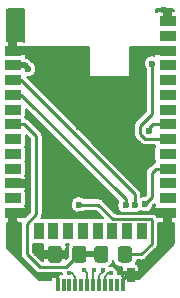
<source format=gtl>
%TF.GenerationSoftware,KiCad,Pcbnew,(5.1.9)-1*%
%TF.CreationDate,2021-07-10T22:32:32+01:00*%
%TF.ProjectId,DigiMesh Dongle,44696769-4d65-4736-9820-446f6e676c65,rev?*%
%TF.SameCoordinates,Original*%
%TF.FileFunction,Copper,L1,Top*%
%TF.FilePolarity,Positive*%
%FSLAX46Y46*%
G04 Gerber Fmt 4.6, Leading zero omitted, Abs format (unit mm)*
G04 Created by KiCad (PCBNEW (5.1.9)-1) date 2021-07-10 22:32:32*
%MOMM*%
%LPD*%
G01*
G04 APERTURE LIST*
%TA.AperFunction,SMDPad,CuDef*%
%ADD10R,0.650000X1.150000*%
%TD*%
%TA.AperFunction,SMDPad,CuDef*%
%ADD11R,0.320000X1.000000*%
%TD*%
%TA.AperFunction,SMDPad,CuDef*%
%ADD12R,1.447800X0.838200*%
%TD*%
%TA.AperFunction,SMDPad,CuDef*%
%ADD13R,0.838200X1.447800*%
%TD*%
%TA.AperFunction,ViaPad*%
%ADD14C,0.600000*%
%TD*%
%TA.AperFunction,ViaPad*%
%ADD15C,0.400000*%
%TD*%
%TA.AperFunction,Conductor*%
%ADD16C,0.500000*%
%TD*%
%TA.AperFunction,Conductor*%
%ADD17C,0.250000*%
%TD*%
%TA.AperFunction,Conductor*%
%ADD18C,0.200000*%
%TD*%
%TA.AperFunction,Conductor*%
%ADD19C,0.100000*%
%TD*%
G04 APERTURE END LIST*
D10*
%TO.P,J1,S1*%
%TO.N,GND*%
X136170000Y-68160000D03*
D11*
%TO.P,J1,A12*%
X130000000Y-69000000D03*
%TO.P,J1,A11*%
%TO.N,N/C*%
X130500000Y-69000000D03*
%TO.P,J1,A10*%
X131000000Y-69000000D03*
%TO.P,J1,A9*%
%TO.N,+5V*%
X131500000Y-69000000D03*
%TO.P,J1,A8*%
%TO.N,N/C*%
X132000000Y-69000000D03*
%TO.P,J1,A7*%
%TO.N,D-*%
X132500000Y-69000000D03*
%TO.P,J1,A6*%
%TO.N,D+*%
X133000000Y-69000000D03*
%TO.P,J1,A5*%
%TO.N,Net-(J1-PadA5)*%
X133500000Y-69000000D03*
%TO.P,J1,A4*%
%TO.N,+5V*%
X134000000Y-69000000D03*
%TO.P,J1,A3*%
%TO.N,N/C*%
X134500000Y-69000000D03*
%TO.P,J1,A2*%
X135000000Y-69000000D03*
%TO.P,J1,A1*%
%TO.N,GND*%
X135500000Y-69000000D03*
%TD*%
D12*
%TO.P,U2,34*%
%TO.N,GND*%
X139315299Y-46643400D03*
%TO.P,U2,33*%
%TO.N,N/C*%
X139315299Y-47908320D03*
%TO.P,U2,32*%
%TO.N,GND*%
X139315299Y-49158000D03*
%TO.P,U2,31*%
%TO.N,N/C*%
X139315299Y-50407680D03*
%TO.P,U2,30*%
X139315299Y-51657360D03*
%TO.P,U2,29*%
X139315299Y-52907040D03*
%TO.P,U2,28*%
X139315299Y-54156719D03*
%TO.P,U2,27*%
%TO.N,XB_RTS*%
X139315299Y-55406400D03*
%TO.P,U2,26*%
%TO.N,Net-(R5-Pad1)*%
X139315299Y-56656080D03*
%TO.P,U2,25*%
%TO.N,N/C*%
X139315299Y-57905760D03*
%TO.P,U2,24*%
%TO.N,XB_CTS*%
X139315299Y-59155440D03*
%TO.P,U2,23*%
%TO.N,N/C*%
X139315299Y-60405120D03*
%TO.P,U2,22*%
X139315299Y-61654800D03*
%TO.P,U2,21*%
%TO.N,GND*%
X139315299Y-62904480D03*
D13*
%TO.P,U2,20*%
%TO.N,N/C*%
X137143599Y-64436100D03*
%TO.P,U2,19*%
X135878679Y-64436100D03*
%TO.P,U2,18*%
X134628999Y-64436100D03*
%TO.P,U2,17*%
X133379318Y-64436100D03*
%TO.P,U2,16*%
X132129640Y-64436100D03*
%TO.P,U2,15*%
X130879959Y-64436100D03*
%TO.P,U2,14*%
X129630279Y-64436100D03*
%TO.P,U2,13*%
X128380599Y-64436100D03*
D12*
%TO.P,U2,12*%
%TO.N,GND*%
X126208899Y-62904480D03*
%TO.P,U2,11*%
%TO.N,N/C*%
X126208899Y-61654800D03*
%TO.P,U2,10*%
%TO.N,GND*%
X126208899Y-60405120D03*
%TO.P,U2,9*%
%TO.N,N/C*%
X126208899Y-59155440D03*
%TO.P,U2,8*%
X126208899Y-57905760D03*
%TO.P,U2,7*%
X126208899Y-56656080D03*
%TO.P,U2,6*%
%TO.N,Net-(C10-Pad2)*%
X126208899Y-55406400D03*
%TO.P,U2,5*%
%TO.N,N/C*%
X126208899Y-54156719D03*
%TO.P,U2,4*%
%TO.N,XB_RX*%
X126208899Y-52907040D03*
%TO.P,U2,3*%
%TO.N,XB_TX*%
X126208899Y-51657360D03*
%TO.P,U2,2*%
%TO.N,+3V3*%
X126208899Y-50407680D03*
%TO.P,U2,1*%
%TO.N,GND*%
X126208899Y-49158000D03*
%TD*%
%TO.P,R6,1*%
%TO.N,+3V3*%
%TA.AperFunction,SMDPad,CuDef*%
G36*
G01*
X136300000Y-65949999D02*
X136300000Y-66850001D01*
G75*
G02*
X136050001Y-67100000I-249999J0D01*
G01*
X135349999Y-67100000D01*
G75*
G02*
X135100000Y-66850001I0J249999D01*
G01*
X135100000Y-65949999D01*
G75*
G02*
X135349999Y-65700000I249999J0D01*
G01*
X136050001Y-65700000D01*
G75*
G02*
X136300000Y-65949999I0J-249999D01*
G01*
G37*
%TD.AperFunction*%
%TO.P,R6,2*%
%TO.N,Net-(C10-Pad2)*%
%TA.AperFunction,SMDPad,CuDef*%
G36*
G01*
X134300000Y-65949999D02*
X134300000Y-66850001D01*
G75*
G02*
X134050001Y-67100000I-249999J0D01*
G01*
X133349999Y-67100000D01*
G75*
G02*
X133100000Y-66850001I0J249999D01*
G01*
X133100000Y-65949999D01*
G75*
G02*
X133349999Y-65700000I249999J0D01*
G01*
X134050001Y-65700000D01*
G75*
G02*
X134300000Y-65949999I0J-249999D01*
G01*
G37*
%TD.AperFunction*%
%TD*%
%TO.P,C10,1*%
%TO.N,GND*%
%TA.AperFunction,SMDPad,CuDef*%
G36*
G01*
X129175000Y-66875000D02*
X129175000Y-65925000D01*
G75*
G02*
X129425000Y-65675000I250000J0D01*
G01*
X130100000Y-65675000D01*
G75*
G02*
X130350000Y-65925000I0J-250000D01*
G01*
X130350000Y-66875000D01*
G75*
G02*
X130100000Y-67125000I-250000J0D01*
G01*
X129425000Y-67125000D01*
G75*
G02*
X129175000Y-66875000I0J250000D01*
G01*
G37*
%TD.AperFunction*%
%TO.P,C10,2*%
%TO.N,Net-(C10-Pad2)*%
%TA.AperFunction,SMDPad,CuDef*%
G36*
G01*
X131250000Y-66875000D02*
X131250000Y-65925000D01*
G75*
G02*
X131500000Y-65675000I250000J0D01*
G01*
X132175000Y-65675000D01*
G75*
G02*
X132425000Y-65925000I0J-250000D01*
G01*
X132425000Y-66875000D01*
G75*
G02*
X132175000Y-67125000I-250000J0D01*
G01*
X131500000Y-67125000D01*
G75*
G02*
X131250000Y-66875000I0J250000D01*
G01*
G37*
%TD.AperFunction*%
%TD*%
D14*
%TO.N,+3V3*%
X127500005Y-50700005D03*
X131800000Y-62200004D03*
%TO.N,GND*%
X126000000Y-65750000D03*
X128250000Y-66250000D03*
X130800000Y-62200000D03*
X130800000Y-59800000D03*
X133300000Y-63100000D03*
X139500000Y-65500000D03*
X128500000Y-51500000D03*
X128400000Y-68200000D03*
X130800000Y-57800000D03*
X131800000Y-55600000D03*
X132000000Y-63000000D03*
X134750008Y-62250000D03*
X131250000Y-52500000D03*
X139000000Y-45750000D03*
X126000000Y-46000000D03*
X126000000Y-47250000D03*
X134000000Y-55750000D03*
X137750000Y-58750000D03*
D15*
%TO.N,+5V*%
X134500000Y-68000000D03*
X131000000Y-68000000D03*
%TO.N,D+*%
X133075000Y-67749994D03*
%TO.N,D-*%
X132250000Y-67749992D03*
%TO.N,Net-(J1-PadA5)*%
X133800000Y-67750002D03*
D14*
%TO.N,Net-(R5-Pad1)*%
X138000000Y-50250000D03*
%TO.N,XB_RX*%
X135750029Y-62250000D03*
%TO.N,XB_TX*%
X136559893Y-62190107D03*
%TO.N,XB_CTS*%
X137407769Y-62157769D03*
%TO.N,XB_RTS*%
X137750000Y-56000000D03*
%TD*%
D16*
%TO.N,+3V3*%
X127207680Y-50407680D02*
X127500005Y-50700005D01*
X126208899Y-50407680D02*
X127207680Y-50407680D01*
D17*
X134650000Y-63400000D02*
X133450004Y-62200004D01*
X137900000Y-63400000D02*
X134650000Y-63400000D01*
X138000000Y-63500000D02*
X137900000Y-63400000D01*
X138000000Y-65500000D02*
X138000000Y-63500000D01*
X133450004Y-62200004D02*
X131800000Y-62200004D01*
X137100000Y-66400000D02*
X138000000Y-65500000D01*
X135700000Y-66400000D02*
X137100000Y-66400000D01*
%TO.N,GND*%
X135840000Y-68160000D02*
X136170000Y-68160000D01*
X135500000Y-68500000D02*
X135840000Y-68160000D01*
X135500000Y-69000000D02*
X135500000Y-68500000D01*
X139315299Y-62904480D02*
X134904480Y-62904480D01*
X129800000Y-68200000D02*
X128600000Y-68200000D01*
X130000000Y-68400000D02*
X129800000Y-68200000D01*
X130000000Y-69000000D02*
X130000000Y-68400000D01*
X128600000Y-68200000D02*
X128400000Y-68200000D01*
D18*
%TO.N,+5V*%
X134300000Y-68000000D02*
X134500000Y-68000000D01*
X134000000Y-68300000D02*
X134300000Y-68000000D01*
X134000000Y-69000000D02*
X134000000Y-68300000D01*
X131200000Y-68000000D02*
X131000000Y-68000000D01*
X131500000Y-68300000D02*
X131200000Y-68000000D01*
X131500000Y-69000000D02*
X131500000Y-68300000D01*
D16*
%TO.N,Net-(C10-Pad2)*%
X131837500Y-66400000D02*
X133700000Y-66400000D01*
D17*
X127182799Y-55406400D02*
X126208899Y-55406400D01*
X128200000Y-63000000D02*
X128200000Y-56423601D01*
X128200000Y-56423601D02*
X127182799Y-55406400D01*
X127400000Y-66400000D02*
X127400000Y-63800000D01*
X128500000Y-67500000D02*
X127400000Y-66400000D01*
X127400000Y-63800000D02*
X128200000Y-63000000D01*
X130737500Y-67500000D02*
X128500000Y-67500000D01*
X131837500Y-66400000D02*
X130737500Y-67500000D01*
D18*
%TO.N,D+*%
X133000000Y-69000000D02*
X133000000Y-67824994D01*
X133000000Y-67824994D02*
X133075000Y-67749994D01*
%TO.N,D-*%
X132500000Y-69000000D02*
X132500000Y-67999992D01*
X132500000Y-67999992D02*
X132250000Y-67749992D01*
%TO.N,Net-(J1-PadA5)*%
X133500000Y-69000000D02*
X133500000Y-68166004D01*
X133500000Y-68166004D02*
X133800000Y-67866004D01*
X133800000Y-67866004D02*
X133800000Y-67750002D01*
D17*
%TO.N,Net-(R5-Pad1)*%
X138000000Y-54500000D02*
X138000000Y-50250000D01*
X137000000Y-55500000D02*
X138000000Y-54500000D01*
X137000000Y-56250000D02*
X137000000Y-55500000D01*
X137406080Y-56656080D02*
X137000000Y-56250000D01*
X139315299Y-56656080D02*
X137406080Y-56656080D01*
%TO.N,XB_RX*%
X135750029Y-61750029D02*
X135750029Y-62250000D01*
X126907040Y-52907040D02*
X135750029Y-61750029D01*
X126208899Y-52907040D02*
X126907040Y-52907040D01*
%TO.N,XB_TX*%
X136559893Y-61309893D02*
X136559893Y-62190107D01*
X126907360Y-51657360D02*
X136559893Y-61309893D01*
X126208899Y-51657360D02*
X126907360Y-51657360D01*
%TO.N,XB_CTS*%
X138000000Y-61565538D02*
X137407769Y-62157769D01*
X138000000Y-59496839D02*
X138000000Y-61565538D01*
X138341399Y-59155440D02*
X138000000Y-59496839D01*
X139315299Y-59155440D02*
X138341399Y-59155440D01*
%TO.N,XB_RTS*%
X137750000Y-55750000D02*
X137750000Y-56000000D01*
X138093600Y-55406400D02*
X137750000Y-55750000D01*
X139315299Y-55406400D02*
X138093600Y-55406400D01*
%TD*%
D18*
%TO.N,GND*%
X127675001Y-56641064D02*
X127675000Y-62782537D01*
X127242929Y-63214610D01*
X127232799Y-63204480D01*
X126508899Y-63204480D01*
X126508899Y-63623580D01*
X126608899Y-63723580D01*
X126879828Y-63725199D01*
X126872461Y-63800000D01*
X126875001Y-63825790D01*
X126875000Y-66374220D01*
X126872461Y-66400000D01*
X126875000Y-66425780D01*
X126875000Y-66425787D01*
X126882597Y-66502917D01*
X126912617Y-66601880D01*
X126961367Y-66693086D01*
X127026973Y-66773027D01*
X127047010Y-66789471D01*
X128110534Y-67852996D01*
X128126973Y-67873027D01*
X128206914Y-67938633D01*
X128298119Y-67987383D01*
X128397082Y-68017403D01*
X128474212Y-68025000D01*
X128474220Y-68025000D01*
X128500000Y-68027539D01*
X128525780Y-68025000D01*
X130400000Y-68025000D01*
X130400000Y-68059095D01*
X130407752Y-68098065D01*
X130340000Y-68098065D01*
X130261586Y-68105788D01*
X130250000Y-68109303D01*
X130238414Y-68105788D01*
X130160000Y-68098065D01*
X130160000Y-68100000D01*
X130060000Y-68200000D01*
X130060000Y-68212333D01*
X130055789Y-68215789D01*
X130005803Y-68276697D01*
X129968660Y-68346186D01*
X129945788Y-68421586D01*
X129940000Y-68480353D01*
X129940000Y-68200000D01*
X129840000Y-68100000D01*
X129840000Y-68098065D01*
X129761586Y-68105788D01*
X129686186Y-68128660D01*
X129616697Y-68165803D01*
X129555789Y-68215789D01*
X129505803Y-68276697D01*
X129468660Y-68346186D01*
X129445788Y-68421586D01*
X129438065Y-68500000D01*
X129439516Y-68575000D01*
X128425947Y-68575000D01*
X125814133Y-65965164D01*
X125748526Y-65885293D01*
X125709515Y-65812538D01*
X125685382Y-65733601D01*
X125675000Y-65631393D01*
X125675000Y-63724380D01*
X125808899Y-63723580D01*
X125908899Y-63623580D01*
X125908899Y-63204480D01*
X125888899Y-63204480D01*
X125888899Y-62604480D01*
X125908899Y-62604480D01*
X125908899Y-62584480D01*
X126508899Y-62584480D01*
X126508899Y-62604480D01*
X127232799Y-62604480D01*
X127332799Y-62504480D01*
X127334734Y-62485380D01*
X127327011Y-62406966D01*
X127304139Y-62331566D01*
X127276384Y-62279640D01*
X127304139Y-62227714D01*
X127327011Y-62152314D01*
X127334734Y-62073900D01*
X127334734Y-61235700D01*
X127327011Y-61157286D01*
X127304139Y-61081886D01*
X127276384Y-61029960D01*
X127304139Y-60978034D01*
X127327011Y-60902634D01*
X127334734Y-60824220D01*
X127332799Y-60805120D01*
X127232799Y-60705120D01*
X126508899Y-60705120D01*
X126508899Y-60725120D01*
X125908899Y-60725120D01*
X125908899Y-60705120D01*
X125888899Y-60705120D01*
X125888899Y-60105120D01*
X125908899Y-60105120D01*
X125908899Y-60085120D01*
X126508899Y-60085120D01*
X126508899Y-60105120D01*
X127232799Y-60105120D01*
X127332799Y-60005120D01*
X127334734Y-59986020D01*
X127327011Y-59907606D01*
X127304139Y-59832206D01*
X127276384Y-59780280D01*
X127304139Y-59728354D01*
X127327011Y-59652954D01*
X127334734Y-59574540D01*
X127334734Y-58736340D01*
X127327011Y-58657926D01*
X127304139Y-58582526D01*
X127276384Y-58530600D01*
X127304139Y-58478674D01*
X127327011Y-58403274D01*
X127334734Y-58324860D01*
X127334734Y-57486660D01*
X127327011Y-57408246D01*
X127304139Y-57332846D01*
X127276384Y-57280920D01*
X127304139Y-57228994D01*
X127327011Y-57153594D01*
X127334734Y-57075180D01*
X127334734Y-56300797D01*
X127675001Y-56641064D01*
%TA.AperFunction,Conductor*%
D19*
G36*
X127675001Y-56641064D02*
G01*
X127675000Y-62782537D01*
X127242929Y-63214610D01*
X127232799Y-63204480D01*
X126508899Y-63204480D01*
X126508899Y-63623580D01*
X126608899Y-63723580D01*
X126879828Y-63725199D01*
X126872461Y-63800000D01*
X126875001Y-63825790D01*
X126875000Y-66374220D01*
X126872461Y-66400000D01*
X126875000Y-66425780D01*
X126875000Y-66425787D01*
X126882597Y-66502917D01*
X126912617Y-66601880D01*
X126961367Y-66693086D01*
X127026973Y-66773027D01*
X127047010Y-66789471D01*
X128110534Y-67852996D01*
X128126973Y-67873027D01*
X128206914Y-67938633D01*
X128298119Y-67987383D01*
X128397082Y-68017403D01*
X128474212Y-68025000D01*
X128474220Y-68025000D01*
X128500000Y-68027539D01*
X128525780Y-68025000D01*
X130400000Y-68025000D01*
X130400000Y-68059095D01*
X130407752Y-68098065D01*
X130340000Y-68098065D01*
X130261586Y-68105788D01*
X130250000Y-68109303D01*
X130238414Y-68105788D01*
X130160000Y-68098065D01*
X130160000Y-68100000D01*
X130060000Y-68200000D01*
X130060000Y-68212333D01*
X130055789Y-68215789D01*
X130005803Y-68276697D01*
X129968660Y-68346186D01*
X129945788Y-68421586D01*
X129940000Y-68480353D01*
X129940000Y-68200000D01*
X129840000Y-68100000D01*
X129840000Y-68098065D01*
X129761586Y-68105788D01*
X129686186Y-68128660D01*
X129616697Y-68165803D01*
X129555789Y-68215789D01*
X129505803Y-68276697D01*
X129468660Y-68346186D01*
X129445788Y-68421586D01*
X129438065Y-68500000D01*
X129439516Y-68575000D01*
X128425947Y-68575000D01*
X125814133Y-65965164D01*
X125748526Y-65885293D01*
X125709515Y-65812538D01*
X125685382Y-65733601D01*
X125675000Y-65631393D01*
X125675000Y-63724380D01*
X125808899Y-63723580D01*
X125908899Y-63623580D01*
X125908899Y-63204480D01*
X125888899Y-63204480D01*
X125888899Y-62604480D01*
X125908899Y-62604480D01*
X125908899Y-62584480D01*
X126508899Y-62584480D01*
X126508899Y-62604480D01*
X127232799Y-62604480D01*
X127332799Y-62504480D01*
X127334734Y-62485380D01*
X127327011Y-62406966D01*
X127304139Y-62331566D01*
X127276384Y-62279640D01*
X127304139Y-62227714D01*
X127327011Y-62152314D01*
X127334734Y-62073900D01*
X127334734Y-61235700D01*
X127327011Y-61157286D01*
X127304139Y-61081886D01*
X127276384Y-61029960D01*
X127304139Y-60978034D01*
X127327011Y-60902634D01*
X127334734Y-60824220D01*
X127332799Y-60805120D01*
X127232799Y-60705120D01*
X126508899Y-60705120D01*
X126508899Y-60725120D01*
X125908899Y-60725120D01*
X125908899Y-60705120D01*
X125888899Y-60705120D01*
X125888899Y-60105120D01*
X125908899Y-60105120D01*
X125908899Y-60085120D01*
X126508899Y-60085120D01*
X126508899Y-60105120D01*
X127232799Y-60105120D01*
X127332799Y-60005120D01*
X127334734Y-59986020D01*
X127327011Y-59907606D01*
X127304139Y-59832206D01*
X127276384Y-59780280D01*
X127304139Y-59728354D01*
X127327011Y-59652954D01*
X127334734Y-59574540D01*
X127334734Y-58736340D01*
X127327011Y-58657926D01*
X127304139Y-58582526D01*
X127276384Y-58530600D01*
X127304139Y-58478674D01*
X127327011Y-58403274D01*
X127334734Y-58324860D01*
X127334734Y-57486660D01*
X127327011Y-57408246D01*
X127304139Y-57332846D01*
X127276384Y-57280920D01*
X127304139Y-57228994D01*
X127327011Y-57153594D01*
X127334734Y-57075180D01*
X127334734Y-56300797D01*
X127675001Y-56641064D01*
G37*
%TD.AperFunction*%
D18*
X138197187Y-62152314D02*
X138220059Y-62227714D01*
X138247814Y-62279640D01*
X138220059Y-62331566D01*
X138197187Y-62406966D01*
X138189464Y-62485380D01*
X138191399Y-62504480D01*
X138291399Y-62604480D01*
X139015299Y-62604480D01*
X139015299Y-62584480D01*
X139615299Y-62584480D01*
X139615299Y-62604480D01*
X139635299Y-62604480D01*
X139635299Y-63204480D01*
X139615299Y-63204480D01*
X139615299Y-63623580D01*
X139715299Y-63723580D01*
X139823528Y-63724227D01*
X139823528Y-65379211D01*
X139813462Y-65481867D01*
X139789686Y-65560619D01*
X139751067Y-65633249D01*
X139686319Y-65712640D01*
X136866980Y-68531980D01*
X136795000Y-68460000D01*
X136395000Y-68460000D01*
X136395000Y-68480000D01*
X136059965Y-68480000D01*
X136054212Y-68421586D01*
X136031340Y-68346186D01*
X135994197Y-68276697D01*
X135944211Y-68215789D01*
X135883303Y-68165803D01*
X135813814Y-68128660D01*
X135738414Y-68105788D01*
X135660000Y-68098065D01*
X135660000Y-68100000D01*
X135560000Y-68200000D01*
X135560000Y-68460000D01*
X135557995Y-68460000D01*
X135554212Y-68421586D01*
X135531340Y-68346186D01*
X135494197Y-68276697D01*
X135444211Y-68215789D01*
X135440000Y-68212333D01*
X135440000Y-68200000D01*
X135340000Y-68100000D01*
X135340000Y-68098065D01*
X135261586Y-68105788D01*
X135250000Y-68109303D01*
X135238414Y-68105788D01*
X135160000Y-68098065D01*
X135092248Y-68098065D01*
X135100000Y-68059095D01*
X135100000Y-67940905D01*
X135076942Y-67824986D01*
X135031713Y-67715793D01*
X134966050Y-67617522D01*
X134882478Y-67533950D01*
X134784207Y-67468287D01*
X134675014Y-67423058D01*
X134559095Y-67400000D01*
X134440905Y-67400000D01*
X134371532Y-67413799D01*
X134412196Y-67392064D01*
X134510988Y-67310988D01*
X134592064Y-67212196D01*
X134652309Y-67099485D01*
X134689408Y-66977187D01*
X134700000Y-66869647D01*
X134710592Y-66977187D01*
X134747691Y-67099485D01*
X134807936Y-67212196D01*
X134889012Y-67310988D01*
X134987804Y-67392064D01*
X135100515Y-67452309D01*
X135222813Y-67489408D01*
X135349999Y-67501935D01*
X135452199Y-67501935D01*
X135450788Y-67506586D01*
X135443065Y-67585000D01*
X135445000Y-67760000D01*
X135545000Y-67860000D01*
X135945000Y-67860000D01*
X135945000Y-67840000D01*
X136395000Y-67840000D01*
X136395000Y-67860000D01*
X136795000Y-67860000D01*
X136895000Y-67760000D01*
X136896935Y-67585000D01*
X136889212Y-67506586D01*
X136866340Y-67431186D01*
X136829197Y-67361697D01*
X136779211Y-67300789D01*
X136718303Y-67250803D01*
X136648814Y-67213660D01*
X136599308Y-67198643D01*
X136652309Y-67099485D01*
X136689408Y-66977187D01*
X136694548Y-66925000D01*
X137074220Y-66925000D01*
X137100000Y-66927539D01*
X137125780Y-66925000D01*
X137125788Y-66925000D01*
X137202918Y-66917403D01*
X137301881Y-66887383D01*
X137393086Y-66838633D01*
X137473027Y-66773027D01*
X137489471Y-66752990D01*
X138352996Y-65889466D01*
X138373027Y-65873027D01*
X138438633Y-65793086D01*
X138487383Y-65701881D01*
X138517403Y-65602918D01*
X138525000Y-65525788D01*
X138525000Y-65525781D01*
X138527539Y-65500001D01*
X138525000Y-65474221D01*
X138525000Y-63718975D01*
X138591399Y-63725515D01*
X138915299Y-63723580D01*
X139015299Y-63623580D01*
X139015299Y-63204480D01*
X138436635Y-63204480D01*
X138373027Y-63126973D01*
X138352990Y-63110529D01*
X138289471Y-63047010D01*
X138273027Y-63026973D01*
X138193086Y-62961367D01*
X138101881Y-62912617D01*
X138002918Y-62882597D01*
X137925788Y-62875000D01*
X137925780Y-62875000D01*
X137900000Y-62872461D01*
X137874220Y-62875000D01*
X136704784Y-62875000D01*
X136764075Y-62863206D01*
X136891467Y-62810439D01*
X137006117Y-62733833D01*
X137007649Y-62732301D01*
X137076195Y-62778101D01*
X137203587Y-62830868D01*
X137338825Y-62857769D01*
X137476713Y-62857769D01*
X137611951Y-62830868D01*
X137739343Y-62778101D01*
X137853993Y-62701495D01*
X137951495Y-62603993D01*
X138028101Y-62489343D01*
X138080868Y-62361951D01*
X138107769Y-62226713D01*
X138107769Y-62200231D01*
X138193466Y-62114534D01*
X138197187Y-62152314D01*
%TA.AperFunction,Conductor*%
D19*
G36*
X138197187Y-62152314D02*
G01*
X138220059Y-62227714D01*
X138247814Y-62279640D01*
X138220059Y-62331566D01*
X138197187Y-62406966D01*
X138189464Y-62485380D01*
X138191399Y-62504480D01*
X138291399Y-62604480D01*
X139015299Y-62604480D01*
X139015299Y-62584480D01*
X139615299Y-62584480D01*
X139615299Y-62604480D01*
X139635299Y-62604480D01*
X139635299Y-63204480D01*
X139615299Y-63204480D01*
X139615299Y-63623580D01*
X139715299Y-63723580D01*
X139823528Y-63724227D01*
X139823528Y-65379211D01*
X139813462Y-65481867D01*
X139789686Y-65560619D01*
X139751067Y-65633249D01*
X139686319Y-65712640D01*
X136866980Y-68531980D01*
X136795000Y-68460000D01*
X136395000Y-68460000D01*
X136395000Y-68480000D01*
X136059965Y-68480000D01*
X136054212Y-68421586D01*
X136031340Y-68346186D01*
X135994197Y-68276697D01*
X135944211Y-68215789D01*
X135883303Y-68165803D01*
X135813814Y-68128660D01*
X135738414Y-68105788D01*
X135660000Y-68098065D01*
X135660000Y-68100000D01*
X135560000Y-68200000D01*
X135560000Y-68460000D01*
X135557995Y-68460000D01*
X135554212Y-68421586D01*
X135531340Y-68346186D01*
X135494197Y-68276697D01*
X135444211Y-68215789D01*
X135440000Y-68212333D01*
X135440000Y-68200000D01*
X135340000Y-68100000D01*
X135340000Y-68098065D01*
X135261586Y-68105788D01*
X135250000Y-68109303D01*
X135238414Y-68105788D01*
X135160000Y-68098065D01*
X135092248Y-68098065D01*
X135100000Y-68059095D01*
X135100000Y-67940905D01*
X135076942Y-67824986D01*
X135031713Y-67715793D01*
X134966050Y-67617522D01*
X134882478Y-67533950D01*
X134784207Y-67468287D01*
X134675014Y-67423058D01*
X134559095Y-67400000D01*
X134440905Y-67400000D01*
X134371532Y-67413799D01*
X134412196Y-67392064D01*
X134510988Y-67310988D01*
X134592064Y-67212196D01*
X134652309Y-67099485D01*
X134689408Y-66977187D01*
X134700000Y-66869647D01*
X134710592Y-66977187D01*
X134747691Y-67099485D01*
X134807936Y-67212196D01*
X134889012Y-67310988D01*
X134987804Y-67392064D01*
X135100515Y-67452309D01*
X135222813Y-67489408D01*
X135349999Y-67501935D01*
X135452199Y-67501935D01*
X135450788Y-67506586D01*
X135443065Y-67585000D01*
X135445000Y-67760000D01*
X135545000Y-67860000D01*
X135945000Y-67860000D01*
X135945000Y-67840000D01*
X136395000Y-67840000D01*
X136395000Y-67860000D01*
X136795000Y-67860000D01*
X136895000Y-67760000D01*
X136896935Y-67585000D01*
X136889212Y-67506586D01*
X136866340Y-67431186D01*
X136829197Y-67361697D01*
X136779211Y-67300789D01*
X136718303Y-67250803D01*
X136648814Y-67213660D01*
X136599308Y-67198643D01*
X136652309Y-67099485D01*
X136689408Y-66977187D01*
X136694548Y-66925000D01*
X137074220Y-66925000D01*
X137100000Y-66927539D01*
X137125780Y-66925000D01*
X137125788Y-66925000D01*
X137202918Y-66917403D01*
X137301881Y-66887383D01*
X137393086Y-66838633D01*
X137473027Y-66773027D01*
X137489471Y-66752990D01*
X138352996Y-65889466D01*
X138373027Y-65873027D01*
X138438633Y-65793086D01*
X138487383Y-65701881D01*
X138517403Y-65602918D01*
X138525000Y-65525788D01*
X138525000Y-65525781D01*
X138527539Y-65500001D01*
X138525000Y-65474221D01*
X138525000Y-63718975D01*
X138591399Y-63725515D01*
X138915299Y-63723580D01*
X139015299Y-63623580D01*
X139015299Y-63204480D01*
X138436635Y-63204480D01*
X138373027Y-63126973D01*
X138352990Y-63110529D01*
X138289471Y-63047010D01*
X138273027Y-63026973D01*
X138193086Y-62961367D01*
X138101881Y-62912617D01*
X138002918Y-62882597D01*
X137925788Y-62875000D01*
X137925780Y-62875000D01*
X137900000Y-62872461D01*
X137874220Y-62875000D01*
X136704784Y-62875000D01*
X136764075Y-62863206D01*
X136891467Y-62810439D01*
X137006117Y-62733833D01*
X137007649Y-62732301D01*
X137076195Y-62778101D01*
X137203587Y-62830868D01*
X137338825Y-62857769D01*
X137476713Y-62857769D01*
X137611951Y-62830868D01*
X137739343Y-62778101D01*
X137853993Y-62701495D01*
X137951495Y-62603993D01*
X138028101Y-62489343D01*
X138080868Y-62361951D01*
X138107769Y-62226713D01*
X138107769Y-62200231D01*
X138193466Y-62114534D01*
X138197187Y-62152314D01*
G37*
%TD.AperFunction*%
D18*
X127961499Y-65561935D02*
X128791299Y-65561935D01*
X128780788Y-65596586D01*
X128773065Y-65675000D01*
X128775000Y-66000000D01*
X128875000Y-66100000D01*
X129462500Y-66100000D01*
X129462500Y-66080000D01*
X130062500Y-66080000D01*
X130062500Y-66100000D01*
X130650000Y-66100000D01*
X130750000Y-66000000D01*
X130751935Y-65675000D01*
X130744212Y-65596586D01*
X130733701Y-65561935D01*
X130958649Y-65561935D01*
X130957936Y-65562804D01*
X130897691Y-65675515D01*
X130860592Y-65797814D01*
X130848065Y-65925000D01*
X130848065Y-66646974D01*
X130722519Y-66772519D01*
X130650000Y-66700000D01*
X130062500Y-66700000D01*
X130062500Y-66720000D01*
X129462500Y-66720000D01*
X129462500Y-66700000D01*
X128875000Y-66700000D01*
X128775000Y-66800000D01*
X128773958Y-66975000D01*
X128717462Y-66975000D01*
X127925000Y-66182539D01*
X127925000Y-65558340D01*
X127961499Y-65561935D01*
%TA.AperFunction,Conductor*%
D19*
G36*
X127961499Y-65561935D02*
G01*
X128791299Y-65561935D01*
X128780788Y-65596586D01*
X128773065Y-65675000D01*
X128775000Y-66000000D01*
X128875000Y-66100000D01*
X129462500Y-66100000D01*
X129462500Y-66080000D01*
X130062500Y-66080000D01*
X130062500Y-66100000D01*
X130650000Y-66100000D01*
X130750000Y-66000000D01*
X130751935Y-65675000D01*
X130744212Y-65596586D01*
X130733701Y-65561935D01*
X130958649Y-65561935D01*
X130957936Y-65562804D01*
X130897691Y-65675515D01*
X130860592Y-65797814D01*
X130848065Y-65925000D01*
X130848065Y-66646974D01*
X130722519Y-66772519D01*
X130650000Y-66700000D01*
X130062500Y-66700000D01*
X130062500Y-66720000D01*
X129462500Y-66720000D01*
X129462500Y-66700000D01*
X128875000Y-66700000D01*
X128775000Y-66800000D01*
X128773958Y-66975000D01*
X128717462Y-66975000D01*
X127925000Y-66182539D01*
X127925000Y-65558340D01*
X127961499Y-65561935D01*
G37*
%TD.AperFunction*%
D18*
X135148229Y-61890691D02*
X135129697Y-61918426D01*
X135076930Y-62045818D01*
X135050029Y-62181056D01*
X135050029Y-62318944D01*
X135076930Y-62454182D01*
X135129697Y-62581574D01*
X135206303Y-62696224D01*
X135303805Y-62793726D01*
X135418455Y-62870332D01*
X135429725Y-62875000D01*
X134867462Y-62875000D01*
X133839475Y-61847014D01*
X133823031Y-61826977D01*
X133743090Y-61761371D01*
X133651885Y-61712621D01*
X133552922Y-61682601D01*
X133475792Y-61675004D01*
X133475784Y-61675004D01*
X133450004Y-61672465D01*
X133424224Y-61675004D01*
X132264950Y-61675004D01*
X132246224Y-61656278D01*
X132131574Y-61579672D01*
X132004182Y-61526905D01*
X131868944Y-61500004D01*
X131731056Y-61500004D01*
X131595818Y-61526905D01*
X131468426Y-61579672D01*
X131353776Y-61656278D01*
X131256274Y-61753780D01*
X131179668Y-61868430D01*
X131126901Y-61995822D01*
X131100000Y-62131060D01*
X131100000Y-62268948D01*
X131126901Y-62404186D01*
X131179668Y-62531578D01*
X131256274Y-62646228D01*
X131353776Y-62743730D01*
X131468426Y-62820336D01*
X131595818Y-62873103D01*
X131731056Y-62900004D01*
X131868944Y-62900004D01*
X132004182Y-62873103D01*
X132131574Y-62820336D01*
X132246224Y-62743730D01*
X132264950Y-62725004D01*
X133232543Y-62725004D01*
X133819921Y-63312383D01*
X133798418Y-63310265D01*
X132960218Y-63310265D01*
X132881804Y-63317988D01*
X132806404Y-63340860D01*
X132754479Y-63368615D01*
X132702554Y-63340860D01*
X132627154Y-63317988D01*
X132548740Y-63310265D01*
X131710540Y-63310265D01*
X131632126Y-63317988D01*
X131556726Y-63340860D01*
X131504800Y-63368616D01*
X131452873Y-63340860D01*
X131377473Y-63317988D01*
X131299059Y-63310265D01*
X130460859Y-63310265D01*
X130382445Y-63317988D01*
X130307045Y-63340860D01*
X130255119Y-63368615D01*
X130203193Y-63340860D01*
X130127793Y-63317988D01*
X130049379Y-63310265D01*
X129211179Y-63310265D01*
X129132765Y-63317988D01*
X129057365Y-63340860D01*
X129005439Y-63368615D01*
X128953513Y-63340860D01*
X128878113Y-63317988D01*
X128799699Y-63310265D01*
X128624535Y-63310265D01*
X128638633Y-63293086D01*
X128687383Y-63201881D01*
X128717403Y-63102918D01*
X128717403Y-63102917D01*
X128725000Y-63025788D01*
X128725000Y-63025780D01*
X128727539Y-63000000D01*
X128725000Y-62974220D01*
X128725000Y-56449380D01*
X128727539Y-56423600D01*
X128725000Y-56397820D01*
X128725000Y-56397813D01*
X128717403Y-56320683D01*
X128687383Y-56221720D01*
X128638633Y-56130515D01*
X128573027Y-56050574D01*
X128552996Y-56034135D01*
X127572270Y-55053410D01*
X127555826Y-55033373D01*
X127475885Y-54967767D01*
X127384680Y-54919017D01*
X127324551Y-54900777D01*
X127304139Y-54833486D01*
X127276383Y-54781560D01*
X127304139Y-54729633D01*
X127327011Y-54654233D01*
X127334734Y-54575819D01*
X127334734Y-54077195D01*
X135148229Y-61890691D01*
%TA.AperFunction,Conductor*%
D19*
G36*
X135148229Y-61890691D02*
G01*
X135129697Y-61918426D01*
X135076930Y-62045818D01*
X135050029Y-62181056D01*
X135050029Y-62318944D01*
X135076930Y-62454182D01*
X135129697Y-62581574D01*
X135206303Y-62696224D01*
X135303805Y-62793726D01*
X135418455Y-62870332D01*
X135429725Y-62875000D01*
X134867462Y-62875000D01*
X133839475Y-61847014D01*
X133823031Y-61826977D01*
X133743090Y-61761371D01*
X133651885Y-61712621D01*
X133552922Y-61682601D01*
X133475792Y-61675004D01*
X133475784Y-61675004D01*
X133450004Y-61672465D01*
X133424224Y-61675004D01*
X132264950Y-61675004D01*
X132246224Y-61656278D01*
X132131574Y-61579672D01*
X132004182Y-61526905D01*
X131868944Y-61500004D01*
X131731056Y-61500004D01*
X131595818Y-61526905D01*
X131468426Y-61579672D01*
X131353776Y-61656278D01*
X131256274Y-61753780D01*
X131179668Y-61868430D01*
X131126901Y-61995822D01*
X131100000Y-62131060D01*
X131100000Y-62268948D01*
X131126901Y-62404186D01*
X131179668Y-62531578D01*
X131256274Y-62646228D01*
X131353776Y-62743730D01*
X131468426Y-62820336D01*
X131595818Y-62873103D01*
X131731056Y-62900004D01*
X131868944Y-62900004D01*
X132004182Y-62873103D01*
X132131574Y-62820336D01*
X132246224Y-62743730D01*
X132264950Y-62725004D01*
X133232543Y-62725004D01*
X133819921Y-63312383D01*
X133798418Y-63310265D01*
X132960218Y-63310265D01*
X132881804Y-63317988D01*
X132806404Y-63340860D01*
X132754479Y-63368615D01*
X132702554Y-63340860D01*
X132627154Y-63317988D01*
X132548740Y-63310265D01*
X131710540Y-63310265D01*
X131632126Y-63317988D01*
X131556726Y-63340860D01*
X131504800Y-63368616D01*
X131452873Y-63340860D01*
X131377473Y-63317988D01*
X131299059Y-63310265D01*
X130460859Y-63310265D01*
X130382445Y-63317988D01*
X130307045Y-63340860D01*
X130255119Y-63368615D01*
X130203193Y-63340860D01*
X130127793Y-63317988D01*
X130049379Y-63310265D01*
X129211179Y-63310265D01*
X129132765Y-63317988D01*
X129057365Y-63340860D01*
X129005439Y-63368615D01*
X128953513Y-63340860D01*
X128878113Y-63317988D01*
X128799699Y-63310265D01*
X128624535Y-63310265D01*
X128638633Y-63293086D01*
X128687383Y-63201881D01*
X128717403Y-63102918D01*
X128717403Y-63102917D01*
X128725000Y-63025788D01*
X128725000Y-63025780D01*
X128727539Y-63000000D01*
X128725000Y-62974220D01*
X128725000Y-56449380D01*
X128727539Y-56423600D01*
X128725000Y-56397820D01*
X128725000Y-56397813D01*
X128717403Y-56320683D01*
X128687383Y-56221720D01*
X128638633Y-56130515D01*
X128573027Y-56050574D01*
X128552996Y-56034135D01*
X127572270Y-55053410D01*
X127555826Y-55033373D01*
X127475885Y-54967767D01*
X127384680Y-54919017D01*
X127324551Y-54900777D01*
X127304139Y-54833486D01*
X127276383Y-54781560D01*
X127304139Y-54729633D01*
X127327011Y-54654233D01*
X127334734Y-54575819D01*
X127334734Y-54077195D01*
X135148229Y-61890691D01*
G37*
%TD.AperFunction*%
D18*
X127150000Y-48401441D02*
X127086613Y-48367560D01*
X127011213Y-48344688D01*
X126932799Y-48336965D01*
X126608899Y-48338900D01*
X126508899Y-48438900D01*
X126508899Y-48858000D01*
X127232799Y-48858000D01*
X127241624Y-48849175D01*
X127250000Y-48850000D01*
X132650000Y-48850000D01*
X132650000Y-51250000D01*
X132651921Y-51269509D01*
X132657612Y-51288268D01*
X132666853Y-51305557D01*
X132679289Y-51320711D01*
X132694443Y-51333147D01*
X132711732Y-51342388D01*
X132730491Y-51348079D01*
X132750000Y-51350000D01*
X136000000Y-51350000D01*
X136019509Y-51348079D01*
X136038268Y-51342388D01*
X136055557Y-51333147D01*
X136070711Y-51320711D01*
X136083147Y-51305557D01*
X136092388Y-51288268D01*
X136098079Y-51269509D01*
X136100000Y-51250000D01*
X136100000Y-48850000D01*
X138250000Y-48850000D01*
X138269509Y-48848079D01*
X138278692Y-48845293D01*
X138291399Y-48858000D01*
X139015299Y-48858000D01*
X139015299Y-48838000D01*
X139615299Y-48838000D01*
X139615299Y-48858000D01*
X139635299Y-48858000D01*
X139635299Y-49458000D01*
X139615299Y-49458000D01*
X139615299Y-49478000D01*
X139015299Y-49478000D01*
X139015299Y-49458000D01*
X138291399Y-49458000D01*
X138191399Y-49558000D01*
X138189774Y-49574035D01*
X138068944Y-49550000D01*
X137931056Y-49550000D01*
X137795818Y-49576901D01*
X137668426Y-49629668D01*
X137553776Y-49706274D01*
X137456274Y-49803776D01*
X137379668Y-49918426D01*
X137326901Y-50045818D01*
X137300000Y-50181056D01*
X137300000Y-50318944D01*
X137326901Y-50454182D01*
X137379668Y-50581574D01*
X137456274Y-50696224D01*
X137475001Y-50714951D01*
X137475000Y-54282538D01*
X136647005Y-55110534D01*
X136626974Y-55126973D01*
X136610535Y-55147004D01*
X136561367Y-55206915D01*
X136512617Y-55298120D01*
X136482597Y-55397083D01*
X136478539Y-55438284D01*
X136475000Y-55474212D01*
X136475000Y-55474220D01*
X136472461Y-55500000D01*
X136475000Y-55525780D01*
X136475000Y-56224220D01*
X136472461Y-56250000D01*
X136475000Y-56275780D01*
X136475000Y-56275787D01*
X136482597Y-56352917D01*
X136512617Y-56451880D01*
X136561367Y-56543086D01*
X136626973Y-56623027D01*
X136647009Y-56639470D01*
X137016618Y-57009080D01*
X137033053Y-57029107D01*
X137053079Y-57045542D01*
X137053083Y-57045546D01*
X137110234Y-57092448D01*
X137112994Y-57094713D01*
X137204199Y-57143463D01*
X137303162Y-57173483D01*
X137380292Y-57181080D01*
X137380300Y-57181080D01*
X137406080Y-57183619D01*
X137431860Y-57181080D01*
X138205525Y-57181080D01*
X138220059Y-57228994D01*
X138247814Y-57280920D01*
X138220059Y-57332846D01*
X138197187Y-57408246D01*
X138189464Y-57486660D01*
X138189464Y-58324860D01*
X138197187Y-58403274D01*
X138220059Y-58478674D01*
X138247814Y-58530600D01*
X138220059Y-58582526D01*
X138199647Y-58649817D01*
X138139518Y-58668057D01*
X138048313Y-58716807D01*
X137968372Y-58782413D01*
X137951928Y-58802450D01*
X137647010Y-59107368D01*
X137626973Y-59123812D01*
X137561367Y-59203753D01*
X137512617Y-59294959D01*
X137482597Y-59393922D01*
X137475000Y-59471052D01*
X137475000Y-59471059D01*
X137472461Y-59496839D01*
X137475000Y-59522619D01*
X137475001Y-61348075D01*
X137365307Y-61457769D01*
X137338825Y-61457769D01*
X137203587Y-61484670D01*
X137084893Y-61533834D01*
X137084893Y-61335672D01*
X137087432Y-61309892D01*
X137084893Y-61284112D01*
X137084893Y-61284105D01*
X137077296Y-61206975D01*
X137047276Y-61108012D01*
X136998526Y-61016807D01*
X136932920Y-60936866D01*
X136912889Y-60920427D01*
X127382883Y-51390422D01*
X127431061Y-51400005D01*
X127568949Y-51400005D01*
X127704187Y-51373104D01*
X127831579Y-51320337D01*
X127946229Y-51243731D01*
X128043731Y-51146229D01*
X128120337Y-51031579D01*
X128173104Y-50904187D01*
X128200005Y-50768949D01*
X128200005Y-50631061D01*
X128173104Y-50495823D01*
X128120337Y-50368431D01*
X128043731Y-50253781D01*
X127946229Y-50156279D01*
X127831579Y-50079673D01*
X127775812Y-50056574D01*
X127689880Y-49970642D01*
X127669523Y-49945837D01*
X127570548Y-49864610D01*
X127457628Y-49804253D01*
X127335102Y-49767085D01*
X127287320Y-49762379D01*
X127304139Y-49730914D01*
X127327011Y-49655514D01*
X127334734Y-49577100D01*
X127332799Y-49558000D01*
X127232799Y-49458000D01*
X126508899Y-49458000D01*
X126508899Y-49478000D01*
X125908899Y-49478000D01*
X125908899Y-49458000D01*
X125888899Y-49458000D01*
X125888899Y-48858000D01*
X125908899Y-48858000D01*
X125908899Y-48438900D01*
X125808899Y-48338900D01*
X125675000Y-48338100D01*
X125675000Y-45770787D01*
X125678428Y-45735826D01*
X125682543Y-45722198D01*
X125689229Y-45709623D01*
X125698225Y-45698592D01*
X125709203Y-45689511D01*
X125721730Y-45682737D01*
X125735326Y-45678528D01*
X125768897Y-45675000D01*
X127150000Y-45675000D01*
X127150000Y-48401441D01*
%TA.AperFunction,Conductor*%
D19*
G36*
X127150000Y-48401441D02*
G01*
X127086613Y-48367560D01*
X127011213Y-48344688D01*
X126932799Y-48336965D01*
X126608899Y-48338900D01*
X126508899Y-48438900D01*
X126508899Y-48858000D01*
X127232799Y-48858000D01*
X127241624Y-48849175D01*
X127250000Y-48850000D01*
X132650000Y-48850000D01*
X132650000Y-51250000D01*
X132651921Y-51269509D01*
X132657612Y-51288268D01*
X132666853Y-51305557D01*
X132679289Y-51320711D01*
X132694443Y-51333147D01*
X132711732Y-51342388D01*
X132730491Y-51348079D01*
X132750000Y-51350000D01*
X136000000Y-51350000D01*
X136019509Y-51348079D01*
X136038268Y-51342388D01*
X136055557Y-51333147D01*
X136070711Y-51320711D01*
X136083147Y-51305557D01*
X136092388Y-51288268D01*
X136098079Y-51269509D01*
X136100000Y-51250000D01*
X136100000Y-48850000D01*
X138250000Y-48850000D01*
X138269509Y-48848079D01*
X138278692Y-48845293D01*
X138291399Y-48858000D01*
X139015299Y-48858000D01*
X139015299Y-48838000D01*
X139615299Y-48838000D01*
X139615299Y-48858000D01*
X139635299Y-48858000D01*
X139635299Y-49458000D01*
X139615299Y-49458000D01*
X139615299Y-49478000D01*
X139015299Y-49478000D01*
X139015299Y-49458000D01*
X138291399Y-49458000D01*
X138191399Y-49558000D01*
X138189774Y-49574035D01*
X138068944Y-49550000D01*
X137931056Y-49550000D01*
X137795818Y-49576901D01*
X137668426Y-49629668D01*
X137553776Y-49706274D01*
X137456274Y-49803776D01*
X137379668Y-49918426D01*
X137326901Y-50045818D01*
X137300000Y-50181056D01*
X137300000Y-50318944D01*
X137326901Y-50454182D01*
X137379668Y-50581574D01*
X137456274Y-50696224D01*
X137475001Y-50714951D01*
X137475000Y-54282538D01*
X136647005Y-55110534D01*
X136626974Y-55126973D01*
X136610535Y-55147004D01*
X136561367Y-55206915D01*
X136512617Y-55298120D01*
X136482597Y-55397083D01*
X136478539Y-55438284D01*
X136475000Y-55474212D01*
X136475000Y-55474220D01*
X136472461Y-55500000D01*
X136475000Y-55525780D01*
X136475000Y-56224220D01*
X136472461Y-56250000D01*
X136475000Y-56275780D01*
X136475000Y-56275787D01*
X136482597Y-56352917D01*
X136512617Y-56451880D01*
X136561367Y-56543086D01*
X136626973Y-56623027D01*
X136647009Y-56639470D01*
X137016618Y-57009080D01*
X137033053Y-57029107D01*
X137053079Y-57045542D01*
X137053083Y-57045546D01*
X137110234Y-57092448D01*
X137112994Y-57094713D01*
X137204199Y-57143463D01*
X137303162Y-57173483D01*
X137380292Y-57181080D01*
X137380300Y-57181080D01*
X137406080Y-57183619D01*
X137431860Y-57181080D01*
X138205525Y-57181080D01*
X138220059Y-57228994D01*
X138247814Y-57280920D01*
X138220059Y-57332846D01*
X138197187Y-57408246D01*
X138189464Y-57486660D01*
X138189464Y-58324860D01*
X138197187Y-58403274D01*
X138220059Y-58478674D01*
X138247814Y-58530600D01*
X138220059Y-58582526D01*
X138199647Y-58649817D01*
X138139518Y-58668057D01*
X138048313Y-58716807D01*
X137968372Y-58782413D01*
X137951928Y-58802450D01*
X137647010Y-59107368D01*
X137626973Y-59123812D01*
X137561367Y-59203753D01*
X137512617Y-59294959D01*
X137482597Y-59393922D01*
X137475000Y-59471052D01*
X137475000Y-59471059D01*
X137472461Y-59496839D01*
X137475000Y-59522619D01*
X137475001Y-61348075D01*
X137365307Y-61457769D01*
X137338825Y-61457769D01*
X137203587Y-61484670D01*
X137084893Y-61533834D01*
X137084893Y-61335672D01*
X137087432Y-61309892D01*
X137084893Y-61284112D01*
X137084893Y-61284105D01*
X137077296Y-61206975D01*
X137047276Y-61108012D01*
X136998526Y-61016807D01*
X136932920Y-60936866D01*
X136912889Y-60920427D01*
X127382883Y-51390422D01*
X127431061Y-51400005D01*
X127568949Y-51400005D01*
X127704187Y-51373104D01*
X127831579Y-51320337D01*
X127946229Y-51243731D01*
X128043731Y-51146229D01*
X128120337Y-51031579D01*
X128173104Y-50904187D01*
X128200005Y-50768949D01*
X128200005Y-50631061D01*
X128173104Y-50495823D01*
X128120337Y-50368431D01*
X128043731Y-50253781D01*
X127946229Y-50156279D01*
X127831579Y-50079673D01*
X127775812Y-50056574D01*
X127689880Y-49970642D01*
X127669523Y-49945837D01*
X127570548Y-49864610D01*
X127457628Y-49804253D01*
X127335102Y-49767085D01*
X127287320Y-49762379D01*
X127304139Y-49730914D01*
X127327011Y-49655514D01*
X127334734Y-49577100D01*
X127332799Y-49558000D01*
X127232799Y-49458000D01*
X126508899Y-49458000D01*
X126508899Y-49478000D01*
X125908899Y-49478000D01*
X125908899Y-49458000D01*
X125888899Y-49458000D01*
X125888899Y-48858000D01*
X125908899Y-48858000D01*
X125908899Y-48438900D01*
X125808899Y-48338900D01*
X125675000Y-48338100D01*
X125675000Y-45770787D01*
X125678428Y-45735826D01*
X125682543Y-45722198D01*
X125689229Y-45709623D01*
X125698225Y-45698592D01*
X125709203Y-45689511D01*
X125721730Y-45682737D01*
X125735326Y-45678528D01*
X125768897Y-45675000D01*
X127150000Y-45675000D01*
X127150000Y-48401441D01*
G37*
%TD.AperFunction*%
D18*
X139764174Y-45678428D02*
X139777802Y-45682543D01*
X139790377Y-45689229D01*
X139801408Y-45698225D01*
X139810489Y-45709203D01*
X139817263Y-45721730D01*
X139821472Y-45735326D01*
X139823533Y-45754940D01*
X139823533Y-45823653D01*
X139715299Y-45824300D01*
X139615299Y-45924300D01*
X139615299Y-46343400D01*
X139635299Y-46343400D01*
X139635299Y-46943400D01*
X139615299Y-46943400D01*
X139615299Y-46963400D01*
X139015299Y-46963400D01*
X139015299Y-46943400D01*
X138995299Y-46943400D01*
X138995299Y-46343400D01*
X139015299Y-46343400D01*
X139015299Y-45924300D01*
X138915299Y-45824300D01*
X138591399Y-45822365D01*
X138512985Y-45830088D01*
X138437585Y-45852960D01*
X138368096Y-45890103D01*
X138350000Y-45904954D01*
X138350000Y-45675000D01*
X139729213Y-45675000D01*
X139764174Y-45678428D01*
%TA.AperFunction,Conductor*%
D19*
G36*
X139764174Y-45678428D02*
G01*
X139777802Y-45682543D01*
X139790377Y-45689229D01*
X139801408Y-45698225D01*
X139810489Y-45709203D01*
X139817263Y-45721730D01*
X139821472Y-45735326D01*
X139823533Y-45754940D01*
X139823533Y-45823653D01*
X139715299Y-45824300D01*
X139615299Y-45924300D01*
X139615299Y-46343400D01*
X139635299Y-46343400D01*
X139635299Y-46943400D01*
X139615299Y-46943400D01*
X139615299Y-46963400D01*
X139015299Y-46963400D01*
X139015299Y-46943400D01*
X138995299Y-46943400D01*
X138995299Y-46343400D01*
X139015299Y-46343400D01*
X139015299Y-45924300D01*
X138915299Y-45824300D01*
X138591399Y-45822365D01*
X138512985Y-45830088D01*
X138437585Y-45852960D01*
X138368096Y-45890103D01*
X138350000Y-45904954D01*
X138350000Y-45675000D01*
X139729213Y-45675000D01*
X139764174Y-45678428D01*
G37*
%TD.AperFunction*%
%TD*%
M02*

</source>
